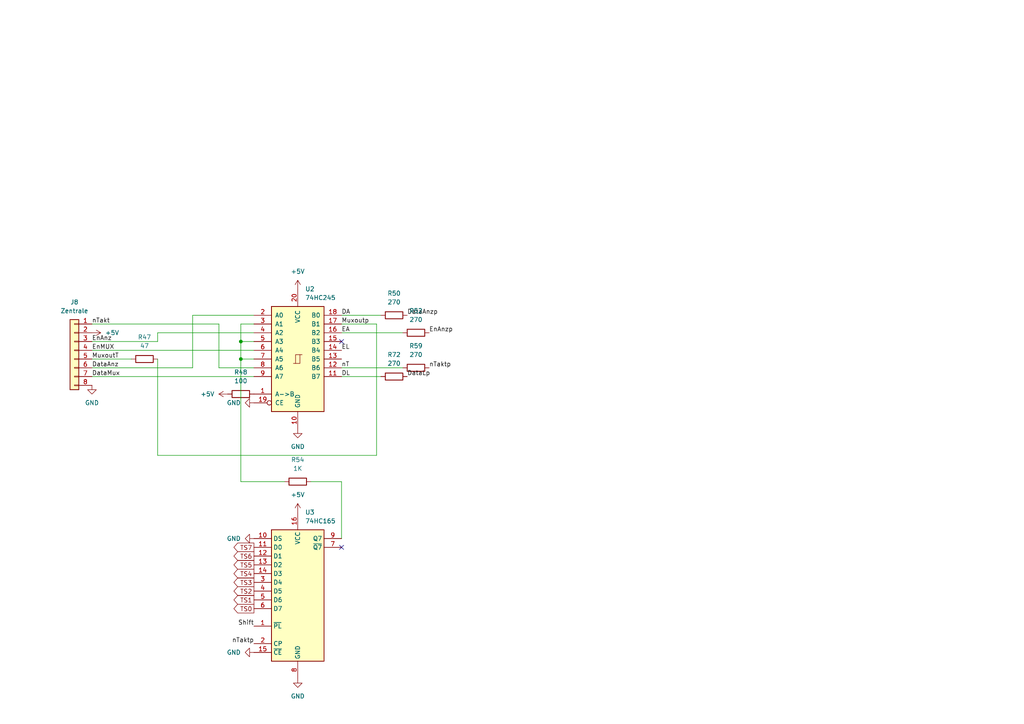
<source format=kicad_sch>
(kicad_sch (version 20250114) (generator "eeschema") (generator_version "9.0")
  (paper "A4")
  (lib_symbols
    (symbol "74xx:74HC165"
      (property "Reference" "U" (at -7.62 19.05 0))
      (property "Value" "74HC165" (at -7.62 -21.59 0))
      (symbol "74HC165_1_0"
        (pin input line (at -12.7 15.24 0) (length 5.08) (name "DS") (number "10"))
        (pin input line (at -12.7 12.7 0) (length 5.08) (name "D0") (number "11"))
        (pin input line (at -12.7 10.16 0) (length 5.08) (name "D1") (number "12"))
        (pin input line (at -12.7 7.62 0) (length 5.08) (name "D2") (number "13"))
        (pin input line (at -12.7 5.08 0) (length 5.08) (name "D3") (number "14"))
        (pin input line (at -12.7 2.54 0) (length 5.08) (name "D4") (number "3"))
        (pin input line (at -12.7 0 0) (length 5.08) (name "D5") (number "4"))
        (pin input line (at -12.7 -2.54 0) (length 5.08) (name "D6") (number "5"))
        (pin input line (at -12.7 -5.08 0) (length 5.08) (name "D7") (number "6"))
        (pin input line (at -12.7 -10.16 0) (length 5.08) (name "~{PL}") (number "1"))
        (pin input line (at -12.7 -15.24 0) (length 5.08) (name "CP") (number "2"))
        (pin input line (at -12.7 -17.78 0) (length 5.08) (name "~{CE}") (number "15"))
        (pin power_in line (at 0 22.86 270) (length 5.08) (name "VCC") (number "16"))
        (pin power_in line (at 0 -25.4 90) (length 5.08) (name "GND") (number "8"))
        (pin output line (at 12.7 15.24 180) (length 5.08) (name "Q7") (number "9"))
        (pin output line (at 12.7 12.7 180) (length 5.08) (name "~{Q7}") (number "7"))
      )
      (symbol "74HC165_1_1"
        (rectangle (start -7.62 17.78) (end 7.62 -20.32) (stroke (width 0.254)) (fill (type background)))
      )
    )
    (symbol "74xx:74HC245" (pin_names (offset 1.016))
      (property "Reference" "U" (at -7.62 16.51 0))
      (property "Value" "74HC245" (at -7.62 -16.51 0))
      (symbol "74HC245_1_0"
        (polyline (pts (xy -1.27 -1.27) (xy 0.635 -1.27) (xy 0.635 1.27) (xy 1.27 1.27)))
        (polyline (pts (xy -0.635 -1.27) (xy -0.635 1.27) (xy 0.635 1.27)))
        (pin tri_state line (at -12.7 12.7 0) (length 5.08) (name "A0") (number "2"))
        (pin tri_state line (at -12.7 10.16 0) (length 5.08) (name "A1") (number "3"))
        (pin tri_state line (at -12.7 7.62 0) (length 5.08) (name "A2") (number "4"))
        (pin tri_state line (at -12.7 5.08 0) (length 5.08) (name "A3") (number "5"))
        (pin tri_state line (at -12.7 2.54 0) (length 5.08) (name "A4") (number "6"))
        (pin tri_state line (at -12.7 0 0) (length 5.08) (name "A5") (number "7"))
        (pin tri_state line (at -12.7 -2.54 0) (length 5.08) (name "A6") (number "8"))
        (pin tri_state line (at -12.7 -5.08 0) (length 5.08) (name "A7") (number "9"))
        (pin input line (at -12.7 -10.16 0) (length 5.08) (name "A->B") (number "1"))
        (pin input inverted (at -12.7 -12.7 0) (length 5.08) (name "CE") (number "19"))
        (pin power_in line (at 0 20.32 270) (length 5.08) (name "VCC") (number "20"))
        (pin power_in line (at 0 -20.32 90) (length 5.08) (name "GND") (number "10"))
        (pin tri_state line (at 12.7 12.7 180) (length 5.08) (name "B0") (number "18"))
        (pin tri_state line (at 12.7 10.16 180) (length 5.08) (name "B1") (number "17"))
        (pin tri_state line (at 12.7 7.62 180) (length 5.08) (name "B2") (number "16"))
        (pin tri_state line (at 12.7 5.08 180) (length 5.08) (name "B3") (number "15"))
        (pin tri_state line (at 12.7 2.54 180) (length 5.08) (name "B4") (number "14"))
        (pin tri_state line (at 12.7 0 180) (length 5.08) (name "B5") (number "13"))
        (pin tri_state line (at 12.7 -2.54 180) (length 5.08) (name "B6") (number "12"))
        (pin tri_state line (at 12.7 -5.08 180) (length 5.08) (name "B7") (number "11"))
      )
      (symbol "74HC245_1_1"
        (rectangle (start -7.62 15.24) (end 7.62 -15.24) (stroke (width 0.254)) (fill (type background)))
      )
    )
    (symbol "Connector_Generic:Conn_01x08" (pin_names (offset 1.016) (hide yes))
      (property "Reference" "J" (at 0 10.16 0))
      (property "Value" "Conn_01x08" (at 0 -12.7 0))
      (symbol "Conn_01x08_1_1"
        (rectangle (start -1.27 8.89) (end 1.27 -11.43) (stroke (width 0.254)) (fill (type background)))
        (rectangle (start -1.27 7.747) (end 0 7.493) (stroke (width 0.1524)))
        (rectangle (start -1.27 5.207) (end 0 4.953) (stroke (width 0.1524)))
        (rectangle (start -1.27 2.667) (end 0 2.413) (stroke (width 0.1524)))
        (rectangle (start -1.27 0.127) (end 0 -0.127) (stroke (width 0.1524)))
        (rectangle (start -1.27 -2.413) (end 0 -2.667) (stroke (width 0.1524)))
        (rectangle (start -1.27 -4.953) (end 0 -5.207) (stroke (width 0.1524)))
        (rectangle (start -1.27 -7.493) (end 0 -7.747) (stroke (width 0.1524)))
        (rectangle (start -1.27 -10.033) (end 0 -10.287) (stroke (width 0.1524)))
        (pin passive line (at -5.08 7.62 0) (length 3.81) (name "Pin_1") (number "1"))
        (pin passive line (at -5.08 5.08 0) (length 3.81) (name "Pin_2") (number "2"))
        (pin passive line (at -5.08 2.54 0) (length 3.81) (name "Pin_3") (number "3"))
        (pin passive line (at -5.08 0 0) (length 3.81) (name "Pin_4") (number "4"))
        (pin passive line (at -5.08 -2.54 0) (length 3.81) (name "Pin_5") (number "5"))
        (pin passive line (at -5.08 -5.08 0) (length 3.81) (name "Pin_6") (number "6"))
        (pin passive line (at -5.08 -7.62 0) (length 3.81) (name "Pin_7") (number "7"))
        (pin passive line (at -5.08 -10.16 0) (length 3.81) (name "Pin_8") (number "8"))
      )
    )
    (symbol "Device:R" (pin_numbers (hide yes)) (pin_names (offset 0))
      (property "Reference" "R" (at 2.032 0 90))
      (property "Value" "R" (at 0 0 90))
      (symbol "R_0_1"
        (rectangle (start -1.016 -2.54) (end 1.016 2.54) (stroke (width 0.254)))
      )
      (symbol "R_1_1"
        (pin passive line (at 0 3.81 270) (length 1.27) (name "~") (number "1"))
        (pin passive line (at 0 -3.81 90) (length 1.27) (name "~") (number "2"))
      )
    )
    (symbol "power:+5V" (power) (pin_names (offset 0))
      (property "Value" "+5V" (at 0 3.556 0))
      (symbol "+5V_0_1"
        (polyline (pts (xy -0.762 1.27) (xy 0 2.54)))
        (polyline (pts (xy 0 2.54) (xy 0.762 1.27)))
        (polyline (pts (xy 0 0) (xy 0 2.54)))
      )
      (symbol "+5V_1_1"
        (pin power_in line (at 0 0 90) (length 0) (hide yes) (name "+5V") (number "1"))
      )
    )
    (symbol "power:GND" (power) (pin_names (offset 0))
      (property "Value" "GND" (at 0 -3.81 0))
      (symbol "GND_0_1"
        (polyline (pts (xy 0 0) (xy 0 -1.27) (xy 1.27 -1.27) (xy 0 -2.54) (xy -1.27 -1.27) (xy 0 -1.27)))
      )
      (symbol "GND_1_1"
        (pin power_in line (at 0 0 270) (length 0) (hide yes) (name "GND") (number "1"))
      )
    )
  )
  (junction (at 69.85 99.06))
  (junction (at 69.85 104.14))
  (no_connect (at 99.06 158.75))
  (no_connect (at 99.06 99.06))
  (wire (pts (xy 82.55 139.7) (xy 69.85 139.7)))
  (wire (pts (xy 99.06 139.7) (xy 90.17 139.7)))
  (wire (pts (xy 99.06 156.21) (xy 99.06 139.7)))
  (wire (pts (xy 63.5 93.98) (xy 26.67 93.98)))
  (wire (pts (xy 26.67 101.6) (xy 73.66 101.6)))
  (wire (pts (xy 99.06 109.22) (xy 110.49 109.22)))
  (wire (pts (xy 73.66 106.68) (xy 63.5 106.68)))
  (wire (pts (xy 55.88 91.44) (xy 55.88 106.68)))
  (wire (pts (xy 109.22 132.08) (xy 45.72 132.08)))
  (wire (pts (xy 55.88 106.68) (xy 26.67 106.68)))
  (wire (pts (xy 69.85 93.98) (xy 69.85 99.06)))
  (wire (pts (xy 45.72 132.08) (xy 45.72 104.14)))
  (wire (pts (xy 45.72 96.52) (xy 45.72 99.06)))
  (wire (pts (xy 109.22 93.98) (xy 109.22 132.08)))
  (wire (pts (xy 99.06 106.68) (xy 116.84 106.68)))
  (wire (pts (xy 73.66 96.52) (xy 45.72 96.52)))
  (wire (pts (xy 69.85 99.06) (xy 73.66 99.06)))
  (wire (pts (xy 69.85 104.14) (xy 69.85 99.06)))
  (wire (pts (xy 99.06 91.44) (xy 110.49 91.44)))
  (wire (pts (xy 99.06 93.98) (xy 109.22 93.98)))
  (wire (pts (xy 26.67 104.14) (xy 38.1 104.14)))
  (wire (pts (xy 73.66 109.22) (xy 26.67 109.22)))
  (wire (pts (xy 73.66 93.98) (xy 69.85 93.98)))
  (wire (pts (xy 73.66 104.14) (xy 69.85 104.14)))
  (wire (pts (xy 99.06 96.52) (xy 116.84 96.52)))
  (wire (pts (xy 45.72 99.06) (xy 26.67 99.06)))
  (wire (pts (xy 73.66 91.44) (xy 55.88 91.44)))
  (wire (pts (xy 63.5 106.68) (xy 63.5 93.98)))
  (wire (pts (xy 69.85 139.7) (xy 69.85 104.14)))
  (label "nTaktp" (at 124.46 106.68 0))
  (label "EnAnz" (at 26.67 99.06 0))
  (label "Shift" (at 73.66 181.61 180))
  (label "EnMUX" (at 26.67 101.6 0))
  (label "DataAnzp" (at 118.11 91.44 0))
  (label "MuxoutT" (at 26.67 104.14 0))
  (label "DataMux" (at 26.67 109.22 0))
  (label "EA" (at 99.06 96.52 0))
  (label "Muxoutp" (at 99.06 93.98 0))
  (label "nTaktp" (at 73.66 186.69 180))
  (label "DataLp" (at 118.11 109.22 0))
  (label "DL" (at 99.06 109.22 0))
  (label "nT" (at 99.06 106.68 0))
  (label "nTakt" (at 26.67 93.98 0))
  (label "DataAnz" (at 26.67 106.68 0))
  (label "DA" (at 99.06 91.44 0))
  (label "EnAnzp" (at 124.46 96.52 0))
  (label "EL" (at 99.06 101.6 0))
  (global_label "TS1" (shape output) (at 73.66 173.99 180) (property "Intersheetrefs" "${INTERSHEET_REFS}" (effects (hide yes))))
  (global_label "TS6" (shape output) (at 73.66 161.29 180) (property "Intersheetrefs" "${INTERSHEET_REFS}" (effects (hide yes))))
  (global_label "TS3" (shape output) (at 73.66 168.91 180) (property "Intersheetrefs" "${INTERSHEET_REFS}" (effects (hide yes))))
  (global_label "TS4" (shape output) (at 73.66 166.37 180) (property "Intersheetrefs" "${INTERSHEET_REFS}" (effects (hide yes))))
  (global_label "TS2" (shape output) (at 73.66 171.45 180) (property "Intersheetrefs" "${INTERSHEET_REFS}" (effects (hide yes))))
  (global_label "TS7" (shape output) (at 73.66 158.75 180) (property "Intersheetrefs" "${INTERSHEET_REFS}" (effects (hide yes))))
  (global_label "TS5" (shape output) (at 73.66 163.83 180) (property "Intersheetrefs" "${INTERSHEET_REFS}" (effects (hide yes))))
  (global_label "TS0" (shape output) (at 73.66 176.53 180) (property "Intersheetrefs" "${INTERSHEET_REFS}" (effects (hide yes))))
  (symbol (lib_id "Device:R") (at 86.36 139.7 90) (unit 1)
    (property "Reference" "R54" (at 86.36 133.35 90))
    (property "Value" "1K" (at 86.36 135.89 90))
    (property "Description" "Resistor" (effects (hide yes)))
  )
  (symbol (lib_id "Device:R") (at 120.65 96.52 90) (unit 1)
    (property "Reference" "R52" (at 120.65 90.17 90))
    (property "Value" "270" (at 120.65 92.71 90))
    (property "Description" "Resistor" (effects (hide yes)))
  )
  (symbol (lib_id "power:+5V") (at 86.36 148.59 0) (unit 1)
    (property "Reference" "#PWR06" (effects (hide yes)))
    (property "Value" "+5V" (at 86.36 143.51 0))
    (property "Description" "Power symbol creates a global label with name \"+5V\"" (effects (hide yes)))
  )
  (symbol (lib_id "Device:R") (at 120.65 106.68 90) (unit 1)
    (property "Reference" "R59" (at 120.65 100.33 90))
    (property "Value" "270" (at 120.65 102.87 90))
    (property "Description" "Resistor" (effects (hide yes)))
  )
  (symbol (lib_id "74xx:74HC165") (at 86.36 171.45 0) (unit 1)
    (property "Reference" "U3" (at 88.5033 148.59 0) (effects (justify left)))
    (property "Value" "74HC165" (at 88.5033 151.13 0) (effects (justify left)))
    (property "Datasheet" "https://assets.nexperia.com/documents/data-sheet/74HC_HCT165.pdf" (effects (hide yes)))
    (property "Description" "Shift Register, 8-bit, Parallel Load" (effects (hide yes)))
  )
  (symbol (lib_id "power:GND") (at 26.67 111.76 0) (unit 1)
    (property "Reference" "#PWR01" (effects (hide yes)))
    (property "Value" "GND" (at 26.67 116.84 0))
    (property "Description" "Power symbol creates a global label with name \"GND\" , ground" (effects (hide yes)))
  )
  (symbol (lib_id "Device:R") (at 114.3 109.22 90) (unit 1)
    (property "Reference" "R72" (at 114.3 102.87 90))
    (property "Value" "270" (at 114.3 105.41 90))
    (property "Description" "Resistor" (effects (hide yes)))
  )
  (symbol (lib_id "Device:R") (at 114.3 91.44 90) (unit 1)
    (property "Reference" "R50" (at 114.3 85.09 90))
    (property "Value" "270" (at 114.3 87.63 90))
    (property "Description" "Resistor" (effects (hide yes)))
  )
  (symbol (lib_id "power:GND") (at 73.66 189.23 270) (unit 1)
    (property "Reference" "#PWR07" (effects (hide yes)))
    (property "Value" "GND" (at 69.85 189.2299 90) (effects (justify right)))
    (property "Description" "Power symbol creates a global label with name \"GND\" , ground" (effects (hide yes)))
  )
  (symbol (lib_id "74xx:74HC245") (at 86.36 104.14 0) (unit 1)
    (property "Reference" "U2" (at 88.5033 83.82 0) (effects (justify left)))
    (property "Value" "74HC245" (at 88.5033 86.36 0) (effects (justify left)))
    (property "Datasheet" "http://www.ti.com/lit/gpn/sn74HC245" (effects (hide yes)))
    (property "Description" "Octal BUS Transceivers, 3-State outputs" (effects (hide yes)))
  )
  (symbol (lib_id "power:GND") (at 86.36 196.85 0) (unit 1)
    (property "Reference" "#PWR05" (effects (hide yes)))
    (property "Value" "GND" (at 86.36 201.93 0))
    (property "Description" "Power symbol creates a global label with name \"GND\" , ground" (effects (hide yes)))
  )
  (symbol (lib_id "power:+5V") (at 66.04 114.3 90) (unit 1)
    (property "Reference" "#PWR09" (effects (hide yes)))
    (property "Value" "+5V" (at 62.23 114.2999 90) (effects (justify left)))
    (property "Description" "Power symbol creates a global label with name \"+5V\"" (effects (hide yes)))
  )
  (symbol (lib_id "Connector_Generic:Conn_01x08") (at 21.59 101.6 0) (mirror y) (unit 1)
    (property "Reference" "J8" (at 21.59 87.63 0))
    (property "Value" "Zentrale" (at 21.59 90.17 0))
    (property "Description" "Generic connector, single row, 01x08, script generated (kicad-library-utils/schlib/autogen/connector/)" (effects (hide yes)))
  )
  (symbol (lib_id "power:+5V") (at 86.36 83.82 0) (unit 1)
    (property "Reference" "#PWR03" (effects (hide yes)))
    (property "Value" "+5V" (at 86.36 78.74 0))
    (property "Description" "Power symbol creates a global label with name \"+5V\"" (effects (hide yes)))
  )
  (symbol (lib_id "power:GND") (at 73.66 156.21 270) (unit 1)
    (property "Reference" "#PWR08" (effects (hide yes)))
    (property "Value" "GND" (at 69.85 156.2099 90) (effects (justify right)))
    (property "Description" "Power symbol creates a global label with name \"GND\" , ground" (effects (hide yes)))
  )
  (symbol (lib_id "power:GND") (at 86.36 124.46 0) (unit 1)
    (property "Reference" "#PWR04" (effects (hide yes)))
    (property "Value" "GND" (at 86.36 129.54 0))
    (property "Description" "Power symbol creates a global label with name \"GND\" , ground" (effects (hide yes)))
  )
  (symbol (lib_id "power:GND") (at 73.66 116.84 270) (unit 1)
    (property "Reference" "#PWR010" (effects (hide yes)))
    (property "Value" "GND" (at 69.85 116.8399 90) (effects (justify right)))
    (property "Description" "Power symbol creates a global label with name \"GND\" , ground" (effects (hide yes)))
  )
  (symbol (lib_id "Device:R") (at 41.91 104.14 90) (unit 1)
    (property "Reference" "R47" (at 41.91 97.79 90))
    (property "Value" "47" (at 41.91 100.33 90))
    (property "Description" "Resistor" (effects (hide yes)))
  )
  (symbol (lib_id "power:+5V") (at 26.67 96.52 270) (unit 1)
    (property "Reference" "#PWR02" (effects (hide yes)))
    (property "Value" "+5V" (at 30.48 96.5199 90) (effects (justify left)))
    (property "Description" "Power symbol creates a global label with name \"+5V\"" (effects (hide yes)))
  )
  (symbol (lib_id "Device:R") (at 69.85 114.3 90) (unit 1)
    (property "Reference" "R48" (at 69.85 107.95 90))
    (property "Value" "100" (at 69.85 110.49 90))
    (property "Description" "Resistor" (effects (hide yes)))
  )
)
</source>
